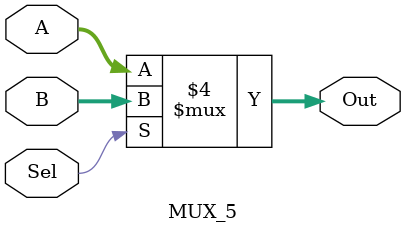
<source format=v>
module MUX(
    input [31:0]A,
    input [31:0]B,

    input Sel,

    output reg [31:0]Out
);

always @(*) begin
    if (Sel == 0)
        Out = A;
    else
        Out = B;
end

endmodule

module MUX_5(
    input [4:0]A,
    input [4:0]B,

    input Sel,
    
    output reg [4:0]Out
);

always @(*) begin
    if (Sel == 0)
        Out = A;
    else
        Out = B;
end

endmodule
</source>
